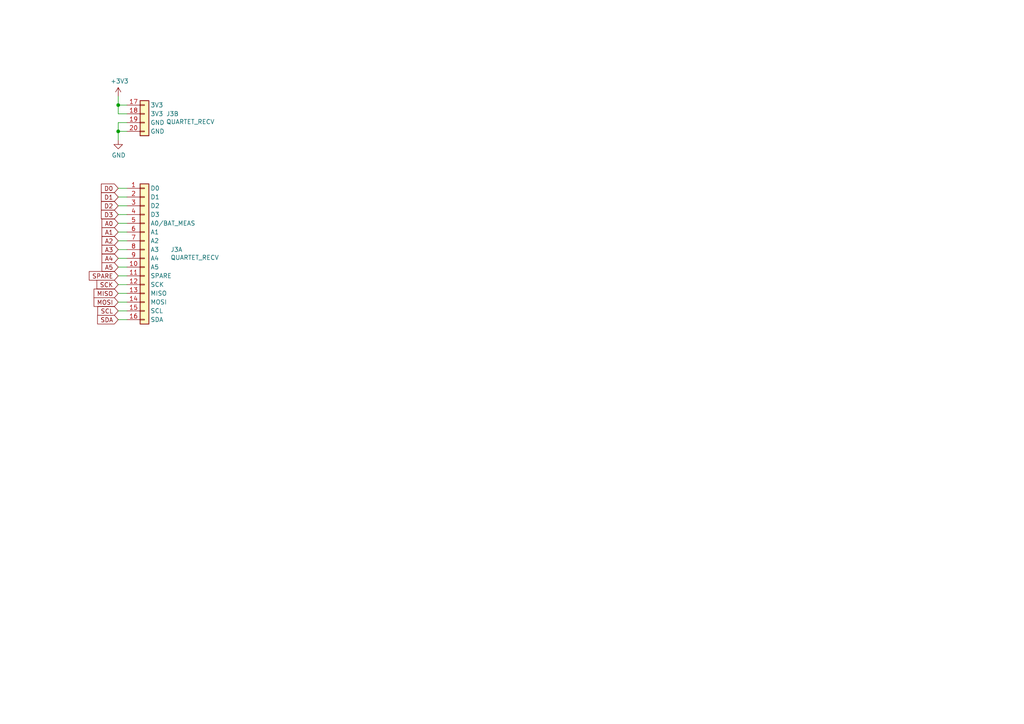
<source format=kicad_sch>
(kicad_sch (version 20230121) (generator eeschema)
  (paper "A4")
  (lib_symbols
    (symbol "power:+3V3" (power) (pin_names (offset 0))
      (property "Value" "+3V3" (at 0 3.556 0))
      (symbol "+3V3_0_1"
        (polyline (pts (xy -0.762 1.27) (xy 0 2.54)))
        (polyline (pts (xy 0 0) (xy 0 2.54)))
        (polyline (pts (xy 0 2.54) (xy 0.762 1.27)))
      )
      (symbol "+3V3_1_1"
        (pin power_in line (at 0 0 90) (length 0) hide (name "+3V3") (number "1"))
      )
    )
    (symbol "power:GND" (power) (pin_names (offset 0))
      (property "Value" "GND" (at 0 -3.81 0))
      (symbol "GND_0_1"
        (polyline (pts (xy 0 0) (xy 0 -1.27) (xy 1.27 -1.27) (xy 0 -2.54) (xy -1.27 -1.27) (xy 0 -1.27)))
      )
      (symbol "GND_1_1"
        (pin power_in line (at 0 0 270) (length 0) hide (name "GND") (number "1"))
      )
    )
    (symbol "quartet_breakout-rescue:QUARTET_RECV-gigahawk" (pin_names (offset 2.9972))
      (property "Reference" "J" (at 0 1.27 0))
      (property "Value" "gigahawk_QUARTET_RECV" (at 0 3.81 0))
      (symbol "QUARTET_RECV-gigahawk_1_1"
        (rectangle (start -1.27 -39.243) (end 0 -39.497) (stroke (width 0.1524)))
        (rectangle (start -1.27 -36.703) (end 0 -36.957) (stroke (width 0.1524)))
        (rectangle (start -1.27 -34.163) (end 0 -34.417) (stroke (width 0.1524)))
        (rectangle (start -1.27 -31.623) (end 0 -31.877) (stroke (width 0.1524)))
        (rectangle (start -1.27 -29.083) (end 0 -29.337) (stroke (width 0.1524)))
        (rectangle (start -1.27 -26.543) (end 0 -26.797) (stroke (width 0.1524)))
        (rectangle (start -1.27 -24.003) (end 0 -24.257) (stroke (width 0.1524)))
        (rectangle (start -1.27 -21.463) (end 0 -21.717) (stroke (width 0.1524)))
        (rectangle (start -1.27 -18.923) (end 0 -19.177) (stroke (width 0.1524)))
        (rectangle (start -1.27 -16.383) (end 0 -16.637) (stroke (width 0.1524)))
        (rectangle (start -1.27 -13.843) (end 0 -14.097) (stroke (width 0.1524)))
        (rectangle (start -1.27 -11.303) (end 0 -11.557) (stroke (width 0.1524)))
        (rectangle (start -1.27 -8.763) (end 0 -9.017) (stroke (width 0.1524)))
        (rectangle (start -1.27 -6.223) (end 0 -6.477) (stroke (width 0.1524)))
        (rectangle (start -1.27 -3.683) (end 0 -3.937) (stroke (width 0.1524)))
        (rectangle (start -1.27 -1.143) (end 0 -1.397) (stroke (width 0.1524)))
        (rectangle (start -1.27 0) (end 1.27 -40.64) (stroke (width 0.254)) (fill (type background)))
        (pin passive line (at -5.08 -1.27 0) (length 3.81) (name "D0") (number "1"))
        (pin passive line (at -5.08 -24.13 0) (length 3.81) (name "A5") (number "10"))
        (pin passive line (at -5.08 -26.67 0) (length 3.81) (name "SPARE") (number "11"))
        (pin passive line (at -5.08 -29.21 0) (length 3.81) (name "SCK") (number "12"))
        (pin passive line (at -5.08 -31.75 0) (length 3.81) (name "MISO") (number "13"))
        (pin passive line (at -5.08 -34.29 0) (length 3.81) (name "MOSI") (number "14"))
        (pin passive line (at -5.08 -36.83 0) (length 3.81) (name "SCL") (number "15"))
        (pin passive line (at -5.08 -39.37 0) (length 3.81) (name "SDA") (number "16"))
        (pin passive line (at -5.08 -3.81 0) (length 3.81) (name "D1") (number "2"))
        (pin passive line (at -5.08 -6.35 0) (length 3.81) (name "D2") (number "3"))
        (pin passive line (at -5.08 -8.89 0) (length 3.81) (name "D3") (number "4"))
        (pin passive line (at -5.08 -11.43 0) (length 3.81) (name "A0/BAT_MEAS") (number "5"))
        (pin passive line (at -5.08 -13.97 0) (length 3.81) (name "A1") (number "6"))
        (pin passive line (at -5.08 -16.51 0) (length 3.81) (name "A2") (number "7"))
        (pin passive line (at -5.08 -19.05 0) (length 3.81) (name "A3") (number "8"))
        (pin passive line (at -5.08 -21.59 0) (length 3.81) (name "A4") (number "9"))
      )
      (symbol "QUARTET_RECV-gigahawk_2_1"
        (rectangle (start -1.27 -8.763) (end 0 -9.017) (stroke (width 0.1524)))
        (rectangle (start -1.27 -6.223) (end 0 -6.477) (stroke (width 0.1524)))
        (rectangle (start -1.27 -3.683) (end 0 -3.937) (stroke (width 0.1524)))
        (rectangle (start -1.27 -1.143) (end 0 -1.397) (stroke (width 0.1524)))
        (rectangle (start -1.27 0) (end 1.27 -10.16) (stroke (width 0.254)) (fill (type background)))
        (pin passive line (at -5.08 -1.27 0) (length 3.81) (name "3V3") (number "17"))
        (pin passive line (at -5.08 -3.81 0) (length 3.81) (name "3V3") (number "18"))
        (pin passive line (at -5.08 -6.35 0) (length 3.81) (name "GND") (number "19"))
        (pin passive line (at -5.08 -8.89 0) (length 3.81) (name "GND") (number "20"))
      )
    )
  )
  (junction (at 34.29 30.48))
  (junction (at 34.29 38.1))
  (wire (pts (xy 34.29 80.01) (xy 36.83 80.01)))
  (wire (pts (xy 34.29 64.77) (xy 36.83 64.77)))
  (wire (pts (xy 34.29 90.17) (xy 36.83 90.17)))
  (wire (pts (xy 34.29 92.71) (xy 36.83 92.71)))
  (wire (pts (xy 36.83 62.23) (xy 34.29 62.23)))
  (wire (pts (xy 36.83 67.31) (xy 34.29 67.31)))
  (wire (pts (xy 36.83 38.1) (xy 34.29 38.1)))
  (wire (pts (xy 34.29 69.85) (xy 36.83 69.85)))
  (wire (pts (xy 34.29 87.63) (xy 36.83 87.63)))
  (wire (pts (xy 34.29 85.09) (xy 36.83 85.09)))
  (wire (pts (xy 34.29 30.48) (xy 34.29 27.94)))
  (wire (pts (xy 36.83 30.48) (xy 34.29 30.48)))
  (wire (pts (xy 36.83 72.39) (xy 34.29 72.39)))
  (wire (pts (xy 36.83 33.02) (xy 34.29 33.02)))
  (wire (pts (xy 34.29 38.1) (xy 34.29 40.64)))
  (wire (pts (xy 36.83 77.47) (xy 34.29 77.47)))
  (wire (pts (xy 34.29 54.61) (xy 36.83 54.61)))
  (wire (pts (xy 34.29 35.56) (xy 34.29 38.1)))
  (wire (pts (xy 36.83 57.15) (xy 34.29 57.15)))
  (wire (pts (xy 34.29 74.93) (xy 36.83 74.93)))
  (wire (pts (xy 34.29 59.69) (xy 36.83 59.69)))
  (wire (pts (xy 34.29 82.55) (xy 36.83 82.55)))
  (wire (pts (xy 34.29 33.02) (xy 34.29 30.48)))
  (wire (pts (xy 36.83 35.56) (xy 34.29 35.56)))
  (global_label "A3" (shape input) (at 34.29 72.39 180) (property "Intersheetrefs" "${INTERSHEET_REFS}" (effects hide)))
  (global_label "D1" (shape input) (at 34.29 57.15 180) (property "Intersheetrefs" "${INTERSHEET_REFS}" (effects hide)))
  (global_label "MOSI" (shape input) (at 34.29 87.63 180) (property "Intersheetrefs" "${INTERSHEET_REFS}" (effects hide)))
  (global_label "SCL" (shape input) (at 34.29 90.17 180) (property "Intersheetrefs" "${INTERSHEET_REFS}" (effects hide)))
  (global_label "D2" (shape input) (at 34.29 59.69 180) (property "Intersheetrefs" "${INTERSHEET_REFS}" (effects hide)))
  (global_label "D0" (shape input) (at 34.29 54.61 180) (property "Intersheetrefs" "${INTERSHEET_REFS}" (effects hide)))
  (global_label "SDA" (shape input) (at 34.29 92.71 180) (property "Intersheetrefs" "${INTERSHEET_REFS}" (effects hide)))
  (global_label "D3" (shape input) (at 34.29 62.23 180) (property "Intersheetrefs" "${INTERSHEET_REFS}" (effects hide)))
  (global_label "A1" (shape input) (at 34.29 67.31 180) (property "Intersheetrefs" "${INTERSHEET_REFS}" (effects hide)))
  (global_label "SCK" (shape input) (at 34.29 82.55 180) (property "Intersheetrefs" "${INTERSHEET_REFS}" (effects hide)))
  (global_label "A0" (shape input) (at 34.29 64.77 180) (property "Intersheetrefs" "${INTERSHEET_REFS}" (effects hide)))
  (global_label "A4" (shape input) (at 34.29 74.93 180) (property "Intersheetrefs" "${INTERSHEET_REFS}" (effects hide)))
  (global_label "A2" (shape input) (at 34.29 69.85 180) (property "Intersheetrefs" "${INTERSHEET_REFS}" (effects hide)))
  (global_label "A5" (shape input) (at 34.29 77.47 180) (property "Intersheetrefs" "${INTERSHEET_REFS}" (effects hide)))
  (global_label "MISO" (shape input) (at 34.29 85.09 180) (property "Intersheetrefs" "${INTERSHEET_REFS}" (effects hide)))
  (global_label "SPARE" (shape input) (at 34.29 80.01 180) (property "Intersheetrefs" "${INTERSHEET_REFS}" (effects hide)))
  (symbol (lib_id "power:GND") (at 34.29 40.64 0) (unit 1)
    (property "Reference" "#PWR?" (effects hide))
    (property "Value" "GND" (at 34.417 45.0342 0))
  )
  (symbol (lib_id "quartet_breakout-rescue:QUARTET_RECV-gigahawk") (at 41.91 53.34 0) (unit 1)
    (property "Reference" "J3" (at 49.4538 72.39 0) (effects (justify left)))
    (property "Value" "QUARTET_RECV" (at 49.4538 74.7014 0) (effects (justify left)))
    (property "Footprint" "Gigahawk:QUARTET_RECV_MAIN" (effects hide))
    (property "Part Numbers" "F519-1A7A1-11004-E200; F519-1A7A1-11016-E200" (effects hide))
  )
  (symbol (lib_id "quartet_breakout-rescue:QUARTET_RECV-gigahawk") (at 41.91 29.21 0) (unit 2)
    (property "Reference" "J3" (at 48.1838 33.02 0) (effects (justify left)))
    (property "Value" "QUARTET_RECV" (at 48.1838 35.3314 0) (effects (justify left)))
    (property "Footprint" "Gigahawk:QUARTET_RECV_MAIN" (effects hide))
  )
  (symbol (lib_id "power:+3V3") (at 34.29 27.94 0) (unit 1)
    (property "Reference" "#PWR0105" (effects hide))
    (property "Value" "+3V3" (at 34.671 23.5458 0))
  )
)
</source>
